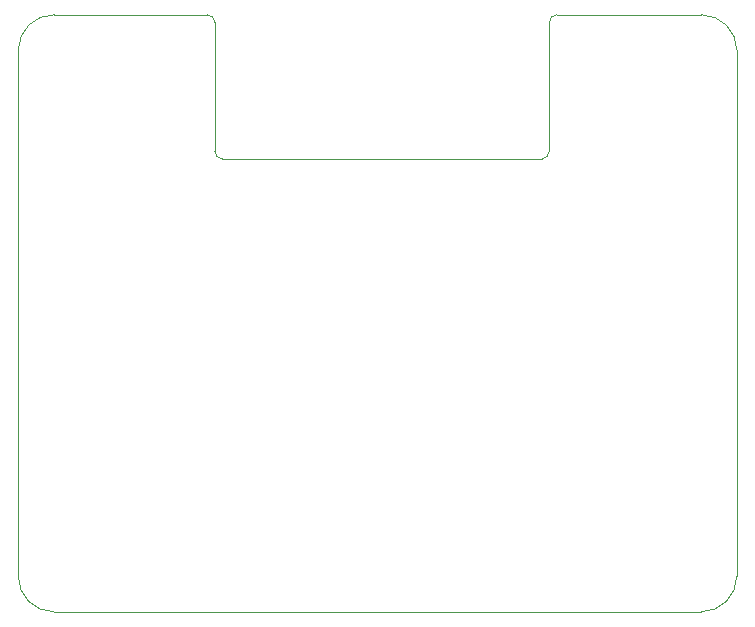
<source format=gbr>
%TF.GenerationSoftware,KiCad,Pcbnew,(5.1.12)-1*%
%TF.CreationDate,2022-08-12T23:07:16+09:00*%
%TF.ProjectId,STAC,53544143-2e6b-4696-9361-645f70636258,rev?*%
%TF.SameCoordinates,Original*%
%TF.FileFunction,Profile,NP*%
%FSLAX46Y46*%
G04 Gerber Fmt 4.6, Leading zero omitted, Abs format (unit mm)*
G04 Created by KiCad (PCBNEW (5.1.12)-1) date 2022-08-12 23:07:16*
%MOMM*%
%LPD*%
G01*
G04 APERTURE LIST*
%TA.AperFunction,Profile*%
%ADD10C,0.050000*%
%TD*%
G04 APERTURE END LIST*
D10*
X90170000Y-44704000D02*
X90170000Y-55626000D01*
X118491000Y-55626000D02*
X118491000Y-44704000D01*
X90805000Y-56261000D02*
X117856000Y-56261000D01*
X90805000Y-56261000D02*
G75*
G02*
X90170000Y-55626000I0J635000D01*
G01*
X118491000Y-55626000D02*
G75*
G02*
X117856000Y-56261000I-635000J0D01*
G01*
X119126000Y-44069000D02*
X131366000Y-44069000D01*
X89535000Y-44069000D02*
X76581000Y-44069000D01*
X89535000Y-44069000D02*
G75*
G02*
X90170000Y-44704000I0J-635000D01*
G01*
X118491000Y-44704000D02*
G75*
G02*
X119126000Y-44069000I635000J0D01*
G01*
X134366000Y-91615000D02*
X134366000Y-47069000D01*
X131366000Y-94615000D02*
X76533000Y-94615000D01*
X134366000Y-91615000D02*
G75*
G02*
X131366000Y-94615000I-3000000J0D01*
G01*
X73533000Y-91615000D02*
X73533000Y-47021000D01*
X76533000Y-94615000D02*
G75*
G02*
X73533000Y-91615000I0J3000000D01*
G01*
X131366000Y-44069000D02*
G75*
G02*
X134366000Y-47069000I0J-3000000D01*
G01*
X73533000Y-47021000D02*
G75*
G02*
X76581000Y-44069000I3000000J-48000D01*
G01*
M02*

</source>
